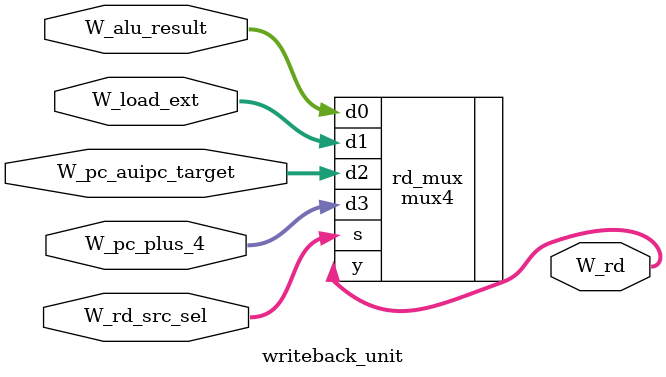
<source format=sv>
/*
* Pipelined Datapath:
* Writeback Unit
* Write the result to the register file
*/
module writeback_unit (
    /* data path internal signals */
    input  logic  [31:0]  W_alu_result,
    input  logic  [31:0]  W_load_ext,
    input  logic  [31:0]  W_pc_auipc_target,
    input  logic  [31:0]  W_pc_plus_4,
    output logic  [31:0]  W_rd,        // rd data from Write back stage
    /* control signals */
    input  logic  [ 1:0]  W_rd_src_sel
);
    /****************
    * Write back mux
    *****************/
    mux4 #(
        .WIDTH      (32)
    ) rd_mux (
        .d0         (W_alu_result),
        .d1         (W_load_ext),
        .d2         (W_pc_auipc_target), // auipc
        .d3         (W_pc_plus_4),       // jal/jalr
        .s          (W_rd_src_sel),
        .y          (W_rd)
    );
    
endmodule

</source>
